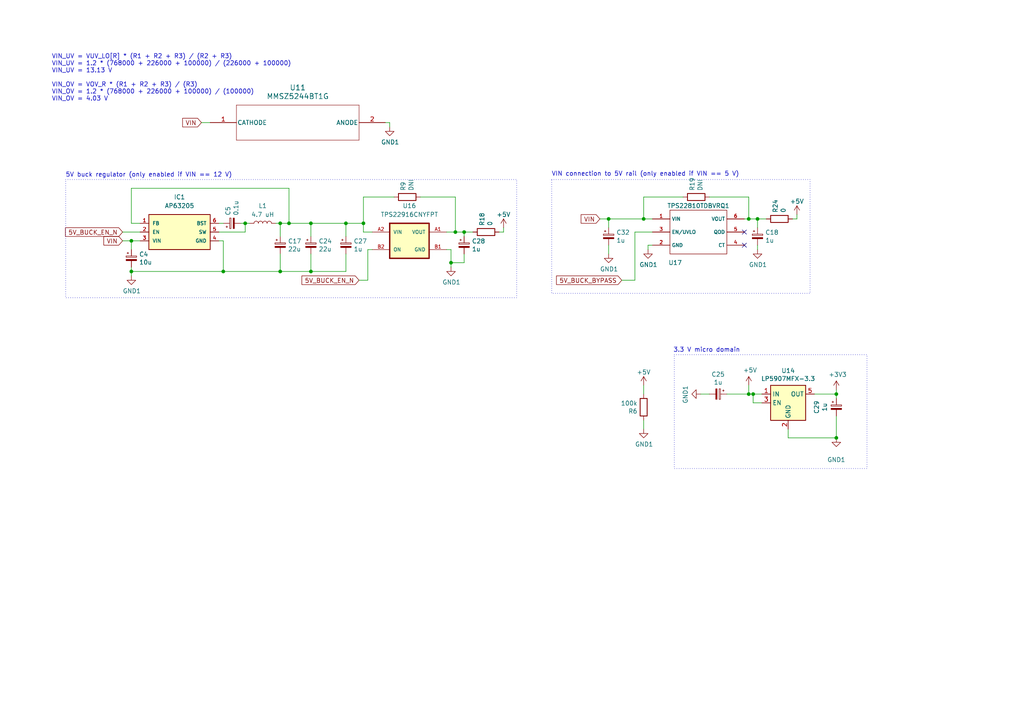
<source format=kicad_sch>
(kicad_sch (version 20231120) (generator "eeschema") (generator_version "8.0")
  (paper "A4")
  (lib_symbols
    (symbol "Device:L" (pin_numbers hide) (pin_names (offset 1.016) hide)
      (property "Reference" "L" (at -1.27 0 90))
      (property "Value" "L" (at 1.905 0 90))
      (symbol "L_0_1"
        (arc (start 0 -2.54) (mid 0.6323 -1.905) (end 0 -1.27))
        (arc (start 0 -1.27) (mid 0.6323 -0.635) (end 0 0))
        (arc (start 0 0) (mid 0.6323 0.635) (end 0 1.27))
        (arc (start 0 1.27) (mid 0.6323 1.905) (end 0 2.54))
      )
      (symbol "L_1_1"
        (pin passive line (at 0 3.81 270) (length 1.27) (name "1") (number "1"))
        (pin passive line (at 0 -3.81 90) (length 1.27) (name "2") (number "2"))
      )
    )
    (symbol "Device:R" (pin_numbers hide) (pin_names (offset 0))
      (property "Reference" "R" (at 2.032 0 90))
      (property "Value" "R" (at 0 0 90))
      (symbol "R_0_1"
        (rectangle (start -1.016 -2.54) (end 1.016 2.54) (stroke (width 0.254)))
      )
      (symbol "R_1_1"
        (pin passive line (at 0 3.81 270) (length 1.27) (name "~") (number "1"))
        (pin passive line (at 0 -3.81 90) (length 1.27) (name "~") (number "2"))
      )
    )
    (symbol "Regulator_Linear:LP5907MFX-3.3"
      (property "Reference" "U" (at -3.81 6.35 0))
      (property "Value" "LP5907MFX-3.3" (at 6.35 6.35 0))
      (symbol "LP5907MFX-3.3_0_1"
        (rectangle (start -5.08 -5.08) (end 5.08 5.08) (stroke (width 0.254)) (fill (type background)))
        (pin power_in line (at -7.62 2.54 0) (length 2.54) (name "IN") (number "1"))
        (pin power_in line (at 0 -7.62 90) (length 2.54) (name "GND") (number "2"))
        (pin input line (at -7.62 0 0) (length 2.54) (name "EN") (number "3"))
        (pin no_connect line (at 5.08 0 180) (length 2.54) hide (name "NC") (number "4"))
        (pin power_out line (at 7.62 2.54 180) (length 2.54) (name "OUT") (number "5"))
      )
    )
    (symbol "power:+5V" (power) (pin_names (offset 0))
      (property "Value" "+5V" (at 0 3.556 0))
      (symbol "+5V_0_1"
        (polyline (pts (xy -0.762 1.27) (xy 0 2.54)))
        (polyline (pts (xy 0 0) (xy 0 2.54)))
        (polyline (pts (xy 0 2.54) (xy 0.762 1.27)))
      )
      (symbol "+5V_1_1"
        (pin power_in line (at 0 0 90) (length 0) hide (name "+5V") (number "1"))
      )
    )
    (symbol "power:GND1" (power) (pin_names (offset 0))
      (property "Value" "GND1" (at 0 -3.81 0))
      (symbol "GND1_0_1"
        (polyline (pts (xy 0 0) (xy 0 -1.27) (xy 1.27 -1.27) (xy 0 -2.54) (xy -1.27 -1.27) (xy 0 -1.27)))
      )
      (symbol "GND1_1_1"
        (pin power_in line (at 0 0 270) (length 0) hide (name "GND1") (number "1"))
      )
    )
    (symbol "spudglo_driver_v3p1-rescue:+3.3V-power" (power) (pin_names (offset 0))
      (property "Value" "+3.3V-power" (at 0 3.556 0))
      (symbol "+3.3V-power_0_1"
        (polyline (pts (xy -0.762 1.27) (xy 0 2.54)))
        (polyline (pts (xy 0 0) (xy 0 2.54)))
        (polyline (pts (xy 0 2.54) (xy 0.762 1.27)))
      )
      (symbol "+3.3V-power_1_1"
        (pin power_in line (at 0 0 90) (length 0) hide (name "+3V3") (number "1"))
      )
    )
    (symbol "spudglo_driver_v3p1-rescue:CP_Small-Device" (pin_numbers hide) (pin_names (offset 0.254) hide)
      (property "Reference" "C" (at 0.254 1.778 0))
      (property "Value" "CP_Small-Device" (at 0.254 -2.032 0))
      (symbol "CP_Small-Device_0_1"
        (rectangle (start -1.524 -0.3048) (end 1.524 -0.6858) (fill (type outline)))
        (rectangle (start -1.524 0.6858) (end 1.524 0.3048))
        (polyline (pts (xy -1.27 1.524) (xy -0.762 1.524)))
        (polyline (pts (xy -1.016 1.27) (xy -1.016 1.778)))
      )
      (symbol "CP_Small-Device_1_1"
        (pin passive line (at 0 2.54 270) (length 1.8542) (name "~") (number "1"))
        (pin passive line (at 0 -2.54 90) (length 1.8542) (name "~") (number "2"))
      )
    )
    (symbol "srw_custom:AP63205" (pin_names (offset 1.016))
      (property "Reference" "IC" (at 0 6.35 0))
      (property "Value" "AP63205" (at 0 -6.35 0))
      (symbol "AP63205_0_0"
        (rectangle (start -8.89 -5.08) (end 8.89 5.08) (stroke (width 0.254)) (fill (type background)))
        (pin bidirectional line (at -11.43 2.54 0) (length 2.54) (name "FB") (number "1"))
        (pin bidirectional line (at -11.43 0 0) (length 2.54) (name "EN") (number "2"))
        (pin bidirectional line (at -11.43 -2.54 0) (length 2.54) (name "VIN") (number "3"))
        (pin bidirectional line (at 11.43 -2.54 180) (length 2.54) (name "GND") (number "4"))
        (pin bidirectional line (at 11.43 0 180) (length 2.54) (name "SW") (number "5"))
        (pin bidirectional line (at 11.43 2.54 180) (length 2.54) (name "BST") (number "6"))
      )
    )
    (symbol "srw_custom:MMSZ5244BT1G" (pin_names (offset 0.254))
      (property "Reference" "U" (at 25.4 10.16 0))
      (property "Value" "MMSZ5244BT1G" (at 25.4 7.62 0))
      (symbol "MMSZ5244BT1G_0_1"
        (polyline (pts (xy 7.62 -5.08) (xy 43.18 -5.08)) (stroke (width 0.127)))
        (polyline (pts (xy 7.62 5.08) (xy 7.62 -5.08)) (stroke (width 0.127)))
        (polyline (pts (xy 43.18 -5.08) (xy 43.18 5.08)) (stroke (width 0.127)))
        (polyline (pts (xy 43.18 5.08) (xy 7.62 5.08)) (stroke (width 0.127)))
        (pin unspecified line (at 0 0 0) (length 7.62) (name "CATHODE") (number "1"))
        (pin unspecified line (at 50.8 0 180) (length 7.62) (name "ANODE") (number "2"))
      )
    )
    (symbol "srw_custom:TPS22810TDBVRQ1"
      (property "Reference" "U" (at -1.778 1.778 0))
      (symbol "TPS22810TDBVRQ1_0_0"
        (pin bidirectional line (at -5.08 -2.54 0) (length 5.08) (name "VIN") (number "1"))
        (pin bidirectional line (at -5.08 -10.16 0) (length 5.08) (name "GND") (number "2"))
        (pin bidirectional line (at -5.08 -6.35 0) (length 5.08) (name "EN/UVLO") (number "3"))
        (pin bidirectional line (at 21.59 -10.16 180) (length 5.08) (name "CT") (number "4"))
        (pin bidirectional line (at 21.59 -6.35 180) (length 5.08) (name "QOD") (number "5"))
        (pin bidirectional line (at 21.59 -2.54 180) (length 5.08) (name "VOUT") (number "6"))
      )
      (symbol "TPS22810TDBVRQ1_1_1"
        (rectangle (start 0 0) (end 16.51 -12.7))
      )
    )
    (symbol "srw_custom:TPS22916BYFPT" (pin_names (offset 1.016))
      (property "Reference" "U" (at -17.8193 8.6391 0))
      (property "Value" "TPS22916BYFPT" (at -29.464 -5.842 0))
      (symbol "TPS22916BYFPT_0_0"
        (rectangle (start -17.78 7.62) (end -6.35 -2.54) (stroke (width 0.41)) (fill (type background)))
        (pin output line (at -1.27 5.08 180) (length 5.08) (name "VOUT") (number "A1"))
        (pin input line (at -22.86 5.08 0) (length 5.08) (name "VIN") (number "A2"))
        (pin power_in line (at -1.27 0 180) (length 5.08) (name "GND") (number "B1"))
        (pin bidirectional line (at -22.86 0 0) (length 5.08) (name "ON") (number "B2"))
      )
    )
  )
  (junction (at 105.41 64.77))
  (junction (at 90.17 78.74))
  (junction (at 81.28 64.77))
  (junction (at 176.53 63.5))
  (junction (at 219.71 63.5))
  (junction (at 38.1 78.74))
  (junction (at 90.17 64.77))
  (junction (at 217.17 63.5))
  (junction (at 217.17 114.3))
  (junction (at 71.12 64.77))
  (junction (at 218.44 114.3))
  (junction (at 64.77 78.74))
  (junction (at 100.33 64.77))
  (junction (at 130.81 76.2))
  (junction (at 38.1 69.85))
  (junction (at 242.57 127))
  (junction (at 186.69 63.5))
  (junction (at 242.57 114.3))
  (junction (at 81.28 78.74))
  (junction (at 132.08 67.31))
  (junction (at 134.62 67.31))
  (junction (at 83.82 64.77))
  (no_connect (at 215.9 67.31))
  (no_connect (at 215.9 71.12))
  (wire (pts (xy 134.62 68.58) (xy 134.62 67.31)))
  (wire (pts (xy 90.17 78.74) (xy 100.33 78.74)))
  (wire (pts (xy 38.1 78.74) (xy 64.77 78.74)))
  (wire (pts (xy 231.14 63.5) (xy 231.14 62.23)))
  (wire (pts (xy 100.33 64.77) (xy 105.41 64.77)))
  (wire (pts (xy 38.1 54.61) (xy 38.1 64.77)))
  (wire (pts (xy 81.28 78.74) (xy 90.17 78.74)))
  (wire (pts (xy 186.69 111.76) (xy 186.69 114.3)))
  (wire (pts (xy 130.81 76.2) (xy 130.81 77.47)))
  (wire (pts (xy 106.68 72.39) (xy 106.68 81.28)))
  (wire (pts (xy 90.17 64.77) (xy 90.17 68.58)))
  (wire (pts (xy 228.6 124.46) (xy 228.6 127)))
  (wire (pts (xy 146.05 66.04) (xy 146.05 67.31)))
  (wire (pts (xy 105.41 64.77) (xy 105.41 67.31)))
  (wire (pts (xy 217.17 63.5) (xy 219.71 63.5)))
  (wire (pts (xy 242.57 114.3) (xy 236.22 114.3)))
  (wire (pts (xy 134.62 67.31) (xy 137.16 67.31)))
  (wire (pts (xy 186.69 121.92) (xy 186.69 124.46)))
  (wire (pts (xy 186.69 63.5) (xy 189.23 63.5)))
  (wire (pts (xy 100.33 68.58) (xy 100.33 64.77)))
  (wire (pts (xy 203.2 114.3) (xy 205.74 114.3)))
  (wire (pts (xy 187.96 71.12) (xy 189.23 71.12)))
  (wire (pts (xy 58.42 35.56) (xy 60.96 35.56)))
  (wire (pts (xy 217.17 111.76) (xy 217.17 114.3)))
  (wire (pts (xy 219.71 63.5) (xy 219.71 66.04)))
  (wire (pts (xy 205.74 57.15) (xy 217.17 57.15)))
  (wire (pts (xy 105.41 57.15) (xy 114.3 57.15)))
  (wire (pts (xy 187.96 72.39) (xy 187.96 71.12)))
  (wire (pts (xy 184.15 81.28) (xy 184.15 67.31)))
  (wire (pts (xy 90.17 73.66) (xy 90.17 78.74)))
  (wire (pts (xy 144.78 67.31) (xy 146.05 67.31)))
  (wire (pts (xy 38.1 77.47) (xy 38.1 78.74)))
  (wire (pts (xy 134.62 76.2) (xy 130.81 76.2)))
  (wire (pts (xy 38.1 78.74) (xy 38.1 80.01)))
  (wire (pts (xy 38.1 69.85) (xy 40.64 69.85)))
  (wire (pts (xy 113.03 35.56) (xy 113.03 36.83)))
  (wire (pts (xy 220.98 114.3) (xy 218.44 114.3)))
  (wire (pts (xy 90.17 64.77) (xy 100.33 64.77)))
  (wire (pts (xy 218.44 116.84) (xy 218.44 114.3)))
  (wire (pts (xy 173.99 63.5) (xy 176.53 63.5)))
  (wire (pts (xy 64.77 69.85) (xy 63.5 69.85)))
  (wire (pts (xy 71.12 64.77) (xy 72.39 64.77)))
  (wire (pts (xy 215.9 63.5) (xy 217.17 63.5)))
  (wire (pts (xy 71.12 67.31) (xy 71.12 64.77)))
  (wire (pts (xy 81.28 64.77) (xy 83.82 64.77)))
  (wire (pts (xy 64.77 78.74) (xy 81.28 78.74)))
  (wire (pts (xy 229.87 63.5) (xy 231.14 63.5)))
  (wire (pts (xy 129.54 67.31) (xy 132.08 67.31)))
  (wire (pts (xy 228.6 127) (xy 242.57 127)))
  (wire (pts (xy 105.41 64.77) (xy 105.41 57.15)))
  (wire (pts (xy 242.57 115.57) (xy 242.57 114.3)))
  (wire (pts (xy 130.81 72.39) (xy 130.81 76.2)))
  (wire (pts (xy 176.53 66.04) (xy 176.53 63.5)))
  (wire (pts (xy 184.15 67.31) (xy 189.23 67.31)))
  (wire (pts (xy 132.08 67.31) (xy 134.62 67.31)))
  (wire (pts (xy 220.98 116.84) (xy 218.44 116.84)))
  (wire (pts (xy 198.12 57.15) (xy 186.69 57.15)))
  (wire (pts (xy 83.82 54.61) (xy 83.82 64.77)))
  (wire (pts (xy 217.17 114.3) (xy 210.82 114.3)))
  (wire (pts (xy 38.1 64.77) (xy 40.64 64.77)))
  (wire (pts (xy 132.08 57.15) (xy 121.92 57.15)))
  (wire (pts (xy 176.53 63.5) (xy 186.69 63.5)))
  (wire (pts (xy 106.68 72.39) (xy 107.95 72.39)))
  (wire (pts (xy 132.08 67.31) (xy 132.08 57.15)))
  (wire (pts (xy 129.54 72.39) (xy 130.81 72.39)))
  (wire (pts (xy 69.85 64.77) (xy 71.12 64.77)))
  (wire (pts (xy 64.77 69.85) (xy 64.77 78.74)))
  (wire (pts (xy 83.82 64.77) (xy 90.17 64.77)))
  (wire (pts (xy 180.34 81.28) (xy 184.15 81.28)))
  (wire (pts (xy 242.57 120.65) (xy 242.57 127)))
  (wire (pts (xy 81.28 64.77) (xy 81.28 68.58)))
  (wire (pts (xy 38.1 72.39) (xy 38.1 69.85)))
  (wire (pts (xy 105.41 67.31) (xy 107.95 67.31)))
  (wire (pts (xy 242.57 114.3) (xy 242.57 113.03)))
  (wire (pts (xy 111.76 35.56) (xy 113.03 35.56)))
  (wire (pts (xy 219.71 71.12) (xy 219.71 72.39)))
  (wire (pts (xy 218.44 114.3) (xy 217.17 114.3)))
  (wire (pts (xy 63.5 67.31) (xy 71.12 67.31)))
  (wire (pts (xy 35.56 67.31) (xy 40.64 67.31)))
  (wire (pts (xy 219.71 63.5) (xy 222.25 63.5)))
  (wire (pts (xy 38.1 54.61) (xy 83.82 54.61)))
  (wire (pts (xy 217.17 57.15) (xy 217.17 63.5)))
  (wire (pts (xy 186.69 57.15) (xy 186.69 63.5)))
  (wire (pts (xy 63.5 64.77) (xy 64.77 64.77)))
  (wire (pts (xy 81.28 73.66) (xy 81.28 78.74)))
  (wire (pts (xy 100.33 78.74) (xy 100.33 73.66)))
  (wire (pts (xy 35.56 69.85) (xy 38.1 69.85)))
  (wire (pts (xy 176.53 71.12) (xy 176.53 73.66)))
  (wire (pts (xy 80.01 64.77) (xy 81.28 64.77)))
  (wire (pts (xy 104.14 81.28) (xy 106.68 81.28)))
  (wire (pts (xy 134.62 73.66) (xy 134.62 76.2)))
  (rectangle (start 19.05 52.07) (end 149.86 86.36) (stroke (width 0) (type dot)))
  (rectangle (start 160.02 52.07) (end 234.95 85.09) (stroke (width 0) (type dot)))
  (rectangle (start 195.58 102.87) (end 251.46 135.89) (stroke (width 0) (type dot)))
  (text "VIN connection to 5V rail (only enabled if VIN == 5 V)" (at 187.198 50.546 0) (effects (font (size 1.27 1.27))))
  (text "5V buck regulator (only enabled if VIN == 12 V)" (at 43.18 50.8 0) (effects (font (size 1.27 1.27))))
  (text "VIN_UV = VUV_LO[R] * (R1 + R2 + R3) / (R2 + R3)\nVIN_UV = 1.2 * (768000 + 226000 + 100000) / (226000 + 100000)\nVIN_UV = 13.13 V\n\nVIN_OV = VOV_R * (R1 + R2 + R3) / (R3)\nVIN_OV = 1.2 * (768000 + 226000 + 100000) / (100000)\nVIN_OV = 4.03 V" (at 14.986 22.606 0) (effects (font (size 1.27 1.27)) (justify left)))
  (text "3.3 V micro domain" (at 204.978 101.6 0) (effects (font (size 1.27 1.27))))
  (global_label "VIN" (shape input) (at 173.99 63.5 180) (property "Intersheetrefs" "${INTERSHEET_REFS}" (effects (hide yes))))
  (global_label "5V_BUCK_EN_N" (shape input) (at 104.14 81.28 180) (property "Intersheetrefs" "${INTERSHEET_REFS}" (effects (hide yes))))
  (global_label "VIN" (shape input) (at 35.56 69.85 180) (property "Intersheetrefs" "${INTERSHEET_REFS}" (effects (hide yes))))
  (global_label "VIN" (shape input) (at 58.42 35.56 180) (property "Intersheetrefs" "${INTERSHEET_REFS}" (effects (hide yes))))
  (global_label "5V_BUCK_EN_N" (shape input) (at 35.56 67.31 180) (property "Intersheetrefs" "${INTERSHEET_REFS}" (effects (hide yes))))
  (global_label "5V_BUCK_BYPASS" (shape input) (at 180.34 81.28 180) (property "Intersheetrefs" "${INTERSHEET_REFS}" (effects (hide yes))))
  (symbol (lib_id "srw_custom:TPS22810TDBVRQ1") (at 194.31 60.96 0) (unit 1)
    (property "Reference" "U17" (at 195.834 76.2 0))
    (property "Value" "TPS22810TDBVRQ1" (at 202.565 59.69 0))
    (property "Footprint" "srw_custom:TPS22810TDBVRQ1" (effects (hide yes)))
  )
  (symbol (lib_id "spudglo_driver_v3p1-rescue:CP_Small-Device") (at 176.53 68.58 0) (unit 1)
    (property "Reference" "C32" (at 178.7652 67.4116 0) (effects (justify left)))
    (property "Value" "1u" (at 178.7652 69.723 0) (effects (justify left)))
    (property "Footprint" "Capacitor_SMD:C_0402_1005Metric_Pad0.74x0.62mm_HandSolder" (effects (hide yes)))
  )
  (symbol (lib_id "power:+5V") (at 146.05 66.04 0) (unit 1)
    (property "Reference" "#PWR034" (effects (hide yes)))
    (property "Value" "+5V" (at 146.05 62.23 0))
  )
  (symbol (lib_id "power:GND1") (at 130.81 77.47 0) (unit 1)
    (property "Reference" "#PWR031" (effects (hide yes)))
    (property "Value" "GND1" (at 130.937 81.8642 0))
  )
  (symbol (lib_id "spudglo_driver_v3p1-rescue:CP_Small-Device") (at 219.71 68.58 0) (unit 1)
    (property "Reference" "C18" (at 221.9452 67.4116 0) (effects (justify left)))
    (property "Value" "1u" (at 221.9452 69.723 0) (effects (justify left)))
    (property "Footprint" "Capacitor_SMD:C_0402_1005Metric_Pad0.74x0.62mm_HandSolder" (effects (hide yes)))
  )
  (symbol (lib_id "spudglo_driver_v3p1-rescue:CP_Small-Device") (at 208.28 114.3 270) (unit 1)
    (property "Reference" "C25" (at 208.28 108.585 90))
    (property "Value" "1u" (at 208.28 110.8964 90))
    (property "Footprint" "Capacitor_SMD:C_0402_1005Metric_Pad0.74x0.62mm_HandSolder" (effects (hide yes)))
  )
  (symbol (lib_id "spudglo_driver_v3p1-rescue:CP_Small-Device") (at 90.17 71.12 0) (unit 1)
    (property "Reference" "C24" (at 92.4052 69.9516 0) (effects (justify left)))
    (property "Value" "22u" (at 92.4052 72.263 0) (effects (justify left)))
    (property "Footprint" "Capacitor_SMD:C_0402_1005Metric_Pad0.74x0.62mm_HandSolder" (effects (hide yes)))
  )
  (symbol (lib_id "spudglo_driver_v3p1-rescue:CP_Small-Device") (at 38.1 74.93 0) (unit 1)
    (property "Reference" "C4" (at 40.3352 73.7616 0) (effects (justify left)))
    (property "Value" "10u" (at 40.3352 76.073 0) (effects (justify left)))
    (property "Footprint" "Capacitor_SMD:C_0402_1005Metric_Pad0.74x0.62mm_HandSolder" (effects (hide yes)))
  )
  (symbol (lib_id "power:GND1") (at 187.96 72.39 0) (unit 1)
    (property "Reference" "#PWR035" (effects (hide yes)))
    (property "Value" "GND1" (at 188.087 76.7842 0))
  )
  (symbol (lib_id "srw_custom:TPS22916BYFPT") (at 130.81 72.39 0) (unit 1)
    (property "Reference" "U16" (at 118.745 59.69 0))
    (property "Value" "TPS22916CNYFPT" (at 118.745 62.23 0))
    (property "Footprint" "srw_custom:TPS22916CNYFPT" (effects (hide yes)))
    (property "Description" "TPS22916 5.5-V, 2-A Ultra-Low Leakage Load Switch 4-DSBGA -40 to 85" (effects (hide yes)))
    (property "MF" "Texas Instruments" (effects (hide yes)))
    (property "PACKAGE" "DSBGA-4 Texas Instruments" (effects (hide yes)))
    (property "Package" "DSBGA-4 Texas Instruments" (effects (hide yes)))
  )
  (symbol (lib_id "spudglo_driver_v3p1-rescue:CP_Small-Device") (at 67.31 64.77 90) (unit 1)
    (property "Reference" "C5" (at 66.1416 62.5348 0) (effects (justify left)))
    (property "Value" "0.1u" (at 68.453 62.5348 0) (effects (justify left)))
    (property "Footprint" "Capacitor_SMD:C_0402_1005Metric_Pad0.74x0.62mm_HandSolder" (effects (hide yes)))
  )
  (symbol (lib_id "power:+5V") (at 231.14 62.23 0) (unit 1)
    (property "Reference" "#PWR024" (effects (hide yes)))
    (property "Value" "+5V" (at 231.14 58.42 0))
  )
  (symbol (lib_id "srw_custom:MMSZ5244BT1G") (at 60.96 35.56 0) (unit 1)
    (property "Reference" "U11" (at 86.36 25.4 0) (effects (font (size 1.524 1.524))))
    (property "Value" "MMSZ5244BT1G" (at 86.36 27.94 0) (effects (font (size 1.524 1.524))))
    (property "Footprint" "srw_custom:SOD-123_ONS" (effects (hide yes)))
    (property "Datasheet" "MMSZ5244BT1G" (effects (hide yes)))
  )
  (symbol (lib_id "spudglo_driver_v3p1-rescue:CP_Small-Device") (at 134.62 71.12 0) (unit 1)
    (property "Reference" "C28" (at 136.8552 69.9516 0) (effects (justify left)))
    (property "Value" "1u" (at 136.8552 72.263 0) (effects (justify left)))
    (property "Footprint" "Capacitor_SMD:C_0402_1005Metric_Pad0.74x0.62mm_HandSolder" (effects (hide yes)))
  )
  (symbol (lib_id "Regulator_Linear:LP5907MFX-3.3") (at 228.6 116.84 0) (unit 1)
    (property "Reference" "U14" (at 228.6 107.5182 0))
    (property "Value" "LP5907MFX-3.3" (at 228.6 109.8296 0))
    (property "Footprint" "Package_TO_SOT_SMD:SOT-23-5" (effects (hide yes)))
    (property "Datasheet" "http://www.ti.com/lit/ds/symlink/lp5907.pdf" (effects (hide yes)))
  )
  (symbol (lib_id "power:GND1") (at 219.71 72.39 0) (unit 1)
    (property "Reference" "#PWR030" (effects (hide yes)))
    (property "Value" "GND1" (at 219.837 76.7842 0))
  )
  (symbol (lib_id "Device:L") (at 76.2 64.77 90) (unit 1)
    (property "Reference" "L1" (at 76.2 59.69 90))
    (property "Value" "4.7 uH" (at 76.2 62.23 90))
    (property "Footprint" "Inductor_SMD:L_1008_2520Metric_Pad1.43x2.20mm_HandSolder" (effects (hide yes)))
    (property "Datasheet" "CIGW252010EH4R7MNE" (effects (hide yes)))
  )
  (symbol (lib_id "Device:R") (at 201.93 57.15 90) (unit 1)
    (property "Reference" "R19" (at 200.7616 55.372 0) (effects (justify left)))
    (property "Value" "DNI" (at 203.073 55.372 0) (effects (justify left)))
    (property "Footprint" "Resistor_SMD:R_0402_1005Metric_Pad0.72x0.64mm_HandSolder" (effects (hide yes)))
  )
  (symbol (lib_id "Device:R") (at 118.11 57.15 90) (unit 1)
    (property "Reference" "R9" (at 116.9416 55.372 0) (effects (justify left)))
    (property "Value" "DNI" (at 119.253 55.372 0) (effects (justify left)))
    (property "Footprint" "Resistor_SMD:R_0402_1005Metric_Pad0.72x0.64mm_HandSolder" (effects (hide yes)))
  )
  (symbol (lib_id "srw_custom:AP63205") (at 52.07 67.31 0) (unit 1)
    (property "Reference" "IC1" (at 52.07 57.15 0))
    (property "Value" "AP63205" (at 52.07 59.69 0))
    (property "Footprint" "srw_custom:AP63205" (effects (hide yes)))
    (property "MF" "Diodes Zetex" (effects (hide yes)))
    (property "Description_1" "\nConv DC-DC 3.8V to 32V Synchronous Step Down Single-Out 5V 2A 6-Pin TSOT-26 T/R\n" (effects (hide yes)))
    (property "Package" "None" (effects (hide yes)))
    (property "Price" "None" (effects (hide yes)))
    (property "SnapEDA_Link" "https://www.snapeda.com/parts/AP63205/Zetex/view-part/?ref=snap" (effects (hide yes)))
    (property "MP" "AP63205" (effects (hide yes)))
    (property "Availability" "Not in stock" (effects (hide yes)))
    (property "Check_prices" "https://www.snapeda.com/parts/AP63205/Zetex/view-part/?ref=eda" (effects (hide yes)))
  )
  (symbol (lib_id "power:+5V") (at 217.17 111.76 0) (unit 1)
    (property "Reference" "#PWR021" (effects (hide yes)))
    (property "Value" "+5V" (at 217.551 107.3658 0))
  )
  (symbol (lib_id "power:GND1") (at 113.03 36.83 0) (unit 1)
    (property "Reference" "#PWR056" (effects (hide yes)))
    (property "Value" "GND1" (at 113.157 41.2242 0))
  )
  (symbol (lib_id "power:GND1") (at 176.53 73.66 0) (unit 1)
    (property "Reference" "#PWR028" (effects (hide yes)))
    (property "Value" "GND1" (at 176.657 78.0542 0))
  )
  (symbol (lib_id "Device:R") (at 140.97 67.31 90) (unit 1)
    (property "Reference" "R18" (at 139.8016 65.532 0) (effects (justify left)))
    (property "Value" "0" (at 142.113 65.532 0) (effects (justify left)))
    (property "Footprint" "Resistor_SMD:R_0402_1005Metric_Pad0.72x0.64mm_HandSolder" (effects (hide yes)))
  )
  (symbol (lib_id "spudglo_driver_v3p1-rescue:CP_Small-Device") (at 100.33 71.12 0) (unit 1)
    (property "Reference" "C27" (at 102.5652 69.9516 0) (effects (justify left)))
    (property "Value" "1u" (at 102.5652 72.263 0) (effects (justify left)))
    (property "Footprint" "Capacitor_SMD:C_0402_1005Metric_Pad0.74x0.62mm_HandSolder" (effects (hide yes)))
  )
  (symbol (lib_id "spudglo_driver_v3p1-rescue:CP_Small-Device") (at 81.28 71.12 0) (unit 1)
    (property "Reference" "C17" (at 83.5152 69.9516 0) (effects (justify left)))
    (property "Value" "22u" (at 83.5152 72.263 0) (effects (justify left)))
    (property "Footprint" "Capacitor_SMD:C_0402_1005Metric_Pad0.74x0.62mm_HandSolder" (effects (hide yes)))
  )
  (symbol (lib_id "power:+5V") (at 186.69 111.76 0) (unit 1)
    (property "Reference" "#PWR057" (effects (hide yes)))
    (property "Value" "+5V" (at 186.69 107.95 0))
  )
  (symbol (lib_id "Device:R") (at 186.69 118.11 180) (unit 1)
    (property "Reference" "R6" (at 184.912 119.2784 0) (effects (justify left)))
    (property "Value" "100k" (at 184.912 116.967 0) (effects (justify left)))
    (property "Footprint" "Resistor_SMD:R_0402_1005Metric_Pad0.72x0.64mm_HandSolder" (effects (hide yes)))
  )
  (symbol (lib_id "power:GND1") (at 186.69 124.46 0) (unit 1)
    (property "Reference" "#PWR058" (effects (hide yes)))
    (property "Value" "GND1" (at 186.817 128.8542 0))
  )
  (symbol (lib_id "power:GND1") (at 242.57 127 0) (unit 1)
    (property "Reference" "#PWR023" (effects (hide yes)))
    (property "Value" "GND1" (at 242.57 133.35 0))
  )
  (symbol (lib_id "Device:R") (at 226.06 63.5 90) (unit 1)
    (property "Reference" "R24" (at 224.8916 61.722 0) (effects (justify left)))
    (property "Value" "0" (at 227.203 61.722 0) (effects (justify left)))
    (property "Footprint" "Resistor_SMD:R_0402_1005Metric_Pad0.72x0.64mm_HandSolder" (effects (hide yes)))
  )
  (symbol (lib_id "power:GND1") (at 203.2 114.3 270) (unit 1)
    (property "Reference" "#PWR03" (effects (hide yes)))
    (property "Value" "GND1" (at 198.8058 114.427 0))
  )
  (symbol (lib_id "spudglo_driver_v3p1-rescue:+3.3V-power") (at 242.57 113.03 0) (unit 1)
    (property "Reference" "#PWR022" (effects (hide yes)))
    (property "Value" "+3V3" (at 242.951 108.6358 0))
  )
  (symbol (lib_id "power:GND1") (at 38.1 80.01 0) (unit 1)
    (property "Reference" "#PWR029" (effects (hide yes)))
    (property "Value" "GND1" (at 38.227 84.4042 0))
  )
  (symbol (lib_id "spudglo_driver_v3p1-rescue:CP_Small-Device") (at 242.57 118.11 0) (unit 1)
    (property "Reference" "C29" (at 236.855 118.11 90))
    (property "Value" "1u" (at 239.1664 118.11 90))
    (property "Footprint" "Capacitor_SMD:C_0402_1005Metric_Pad0.74x0.62mm_HandSolder" (effects (hide yes)))
  )
)
</source>
